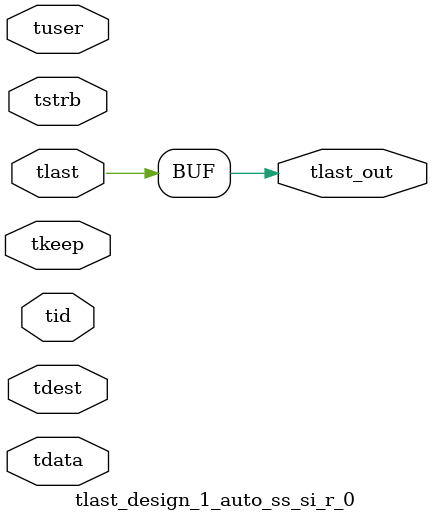
<source format=v>


`timescale 1ps/1ps

module tlast_design_1_auto_ss_si_r_0 #
(
parameter C_S_AXIS_TID_WIDTH   = 1,
parameter C_S_AXIS_TUSER_WIDTH = 0,
parameter C_S_AXIS_TDATA_WIDTH = 0,
parameter C_S_AXIS_TDEST_WIDTH = 0
)
(
input  [(C_S_AXIS_TID_WIDTH   == 0 ? 1 : C_S_AXIS_TID_WIDTH)-1:0       ] tid,
input  [(C_S_AXIS_TDATA_WIDTH == 0 ? 1 : C_S_AXIS_TDATA_WIDTH)-1:0     ] tdata,
input  [(C_S_AXIS_TUSER_WIDTH == 0 ? 1 : C_S_AXIS_TUSER_WIDTH)-1:0     ] tuser,
input  [(C_S_AXIS_TDEST_WIDTH == 0 ? 1 : C_S_AXIS_TDEST_WIDTH)-1:0     ] tdest,
input  [(C_S_AXIS_TDATA_WIDTH/8)-1:0 ] tkeep,
input  [(C_S_AXIS_TDATA_WIDTH/8)-1:0 ] tstrb,
input  [0:0]                                                             tlast,
output                                                                   tlast_out
);

assign tlast_out = {tlast[0]};

endmodule


</source>
